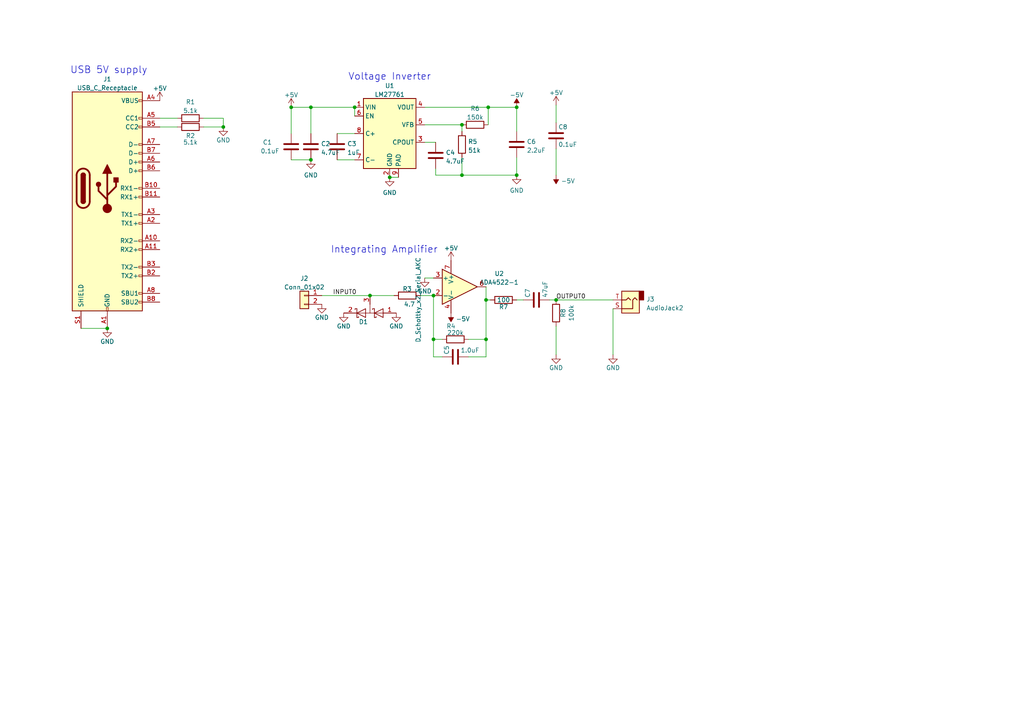
<source format=kicad_sch>
(kicad_sch (version 20211123) (generator eeschema)
  (paper "A4")
  (title_block (title "Chowndolo") (date "2022-12-29"))
  (lib_symbols
    (symbol "Amplifier_Operational:LM6171D" (pin_names (offset 0.127))
      (property "Reference" "U" (at 0 6.35 0))
      (property "Value" "LM6171D" (at 0 3.81 0))
      (symbol "LM6171D_0_1"
        (polyline (pts (xy -5.08 5.08) (xy 5.08 0) (xy -5.08 -5.08) (xy -5.08 5.08)) (stroke (width 0.254)) (fill (type background)))
      )
      (symbol "LM6171D_1_1"
        (pin no_connect line (at -2.54 2.54 270) (length 2.54) hide (name "NC") (number "1"))
        (pin input line (at -7.62 -2.54 0) (length 2.54) (name "-") (number "2"))
        (pin input line (at -7.62 2.54 0) (length 2.54) (name "+") (number "3"))
        (pin power_in line (at -2.54 -7.62 90) (length 3.81) (name "V-") (number "4"))
        (pin no_connect line (at 0 2.54 270) (length 2.54) hide (name "NC") (number "5"))
        (pin output line (at 7.62 0 180) (length 2.54) (name "~") (number "6"))
        (pin power_in line (at -2.54 7.62 270) (length 3.81) (name "V+") (number "7"))
        (pin no_connect line (at 0 -2.54 90) (length 2.54) hide (name "NC") (number "8"))
      )
    )
    (symbol "Connector:AudioJack2"
      (property "Reference" "J" (at 0 8.89 0))
      (property "Value" "AudioJack2" (at 0 6.35 0))
      (symbol "AudioJack2_0_1"
        (rectangle (start -3.81 0) (end -2.54 -2.54) (stroke (width 0.254)) (fill (type outline)))
        (rectangle (start -2.54 3.81) (end 2.54 -2.54) (stroke (width 0.254)) (fill (type background)))
        (polyline (pts (xy 0 0) (xy 0.635 -0.635) (xy 1.27 0) (xy 2.54 0)) (stroke (width 0.254)))
        (polyline (pts (xy 2.54 2.54) (xy -0.635 2.54) (xy -0.635 0) (xy -1.27 -0.635) (xy -1.905 0)) (stroke (width 0.254)))
      )
      (symbol "AudioJack2_1_1"
        (pin passive line (at 5.08 2.54 180) (length 2.54) (name "~") (number "S"))
        (pin passive line (at 5.08 0 180) (length 2.54) (name "~") (number "T"))
      )
    )
    (symbol "Connector:USB_C_Receptacle" (pin_names (offset 1.016))
      (property "Reference" "J" (at -10.16 29.21 0))
      (property "Value" "USB_C_Receptacle" (at 10.16 29.21 0))
      (symbol "USB_C_Receptacle_0_0"
        (rectangle (start -0.254 -35.56) (end 0.254 -34.544))
        (rectangle (start 10.16 -32.766) (end 9.144 -33.274))
        (rectangle (start 10.16 -30.226) (end 9.144 -30.734))
        (rectangle (start 10.16 -25.146) (end 9.144 -25.654))
        (rectangle (start 10.16 -22.606) (end 9.144 -23.114))
        (rectangle (start 10.16 -17.526) (end 9.144 -18.034))
        (rectangle (start 10.16 -14.986) (end 9.144 -15.494))
        (rectangle (start 10.16 -9.906) (end 9.144 -10.414))
        (rectangle (start 10.16 -7.366) (end 9.144 -7.874))
        (rectangle (start 10.16 -2.286) (end 9.144 -2.794))
        (rectangle (start 10.16 0.254) (end 9.144 -0.254))
        (rectangle (start 10.16 5.334) (end 9.144 4.826))
        (rectangle (start 10.16 7.874) (end 9.144 7.366))
        (rectangle (start 10.16 10.414) (end 9.144 9.906))
        (rectangle (start 10.16 12.954) (end 9.144 12.446))
        (rectangle (start 10.16 18.034) (end 9.144 17.526))
        (rectangle (start 10.16 20.574) (end 9.144 20.066))
        (rectangle (start 10.16 25.654) (end 9.144 25.146))
      )
      (symbol "USB_C_Receptacle_0_1"
        (rectangle (start -10.16 27.94) (end 10.16 -35.56) (stroke (width 0.254)) (fill (type background)))
        (arc (start -8.89 -3.81) (mid -6.985 -5.715) (end -5.08 -3.81) (stroke (width 0.508)))
        (arc (start -7.62 -3.81) (mid -6.985 -4.445) (end -6.35 -3.81) (stroke (width 0.254)))
        (arc (start -7.62 -3.81) (mid -6.985 -4.445) (end -6.35 -3.81) (stroke (width 0.254)) (fill (type outline)))
        (rectangle (start -7.62 -3.81) (end -6.35 3.81) (stroke (width 0.254)) (fill (type outline)))
        (arc (start -6.35 3.81) (mid -6.985 4.445) (end -7.62 3.81) (stroke (width 0.254)))
        (arc (start -6.35 3.81) (mid -6.985 4.445) (end -7.62 3.81) (stroke (width 0.254)) (fill (type outline)))
        (arc (start -5.08 3.81) (mid -6.985 5.715) (end -8.89 3.81) (stroke (width 0.508)))
        (polyline (pts (xy -8.89 -3.81) (xy -8.89 3.81)) (stroke (width 0.508)))
        (polyline (pts (xy -5.08 3.81) (xy -5.08 -3.81)) (stroke (width 0.508)))
      )
      (symbol "USB_C_Receptacle_1_1"
        (circle (center -2.54 1.143) (radius 0.635) (stroke (width 0.254)) (fill (type outline)))
        (circle (center 0 -5.842) (radius 1.27) (fill (type outline)))
        (polyline (pts (xy 0 -5.842) (xy 0 4.318)) (stroke (width 0.508)))
        (polyline (pts (xy 0 -3.302) (xy -2.54 -0.762) (xy -2.54 0.508)) (stroke (width 0.508)))
        (polyline (pts (xy 0 -2.032) (xy 2.54 0.508) (xy 2.54 1.778)) (stroke (width 0.508)))
        (polyline (pts (xy -1.27 4.318) (xy 0 6.858) (xy 1.27 4.318) (xy -1.27 4.318)) (stroke (width 0.254)) (fill (type outline)))
        (rectangle (start 1.905 1.778) (end 3.175 3.048) (stroke (width 0.254)) (fill (type outline)))
        (pin passive line (at 0 -40.64 90) (length 5.08) (name "GND") (number "A1"))
        (pin bidirectional line (at 15.24 -15.24 180) (length 5.08) (name "RX2-") (number "A10"))
        (pin bidirectional line (at 15.24 -17.78 180) (length 5.08) (name "RX2+") (number "A11"))
        (pin passive line (at 0 -40.64 90) (length 5.08) hide (name "GND") (number "A12"))
        (pin bidirectional line (at 15.24 -10.16 180) (length 5.08) (name "TX1+") (number "A2"))
        (pin bidirectional line (at 15.24 -7.62 180) (length 5.08) (name "TX1-") (number "A3"))
        (pin passive line (at 15.24 25.4 180) (length 5.08) (name "VBUS") (number "A4"))
        (pin bidirectional line (at 15.24 20.32 180) (length 5.08) (name "CC1") (number "A5"))
        (pin bidirectional line (at 15.24 7.62 180) (length 5.08) (name "D+") (number "A6"))
        (pin bidirectional line (at 15.24 12.7 180) (length 5.08) (name "D-") (number "A7"))
        (pin bidirectional line (at 15.24 -30.48 180) (length 5.08) (name "SBU1") (number "A8"))
        (pin passive line (at 15.24 25.4 180) (length 5.08) hide (name "VBUS") (number "A9"))
        (pin passive line (at 0 -40.64 90) (length 5.08) hide (name "GND") (number "B1"))
        (pin bidirectional line (at 15.24 0 180) (length 5.08) (name "RX1-") (number "B10"))
        (pin bidirectional line (at 15.24 -2.54 180) (length 5.08) (name "RX1+") (number "B11"))
        (pin passive line (at 0 -40.64 90) (length 5.08) hide (name "GND") (number "B12"))
        (pin bidirectional line (at 15.24 -25.4 180) (length 5.08) (name "TX2+") (number "B2"))
        (pin bidirectional line (at 15.24 -22.86 180) (length 5.08) (name "TX2-") (number "B3"))
        (pin passive line (at 15.24 25.4 180) (length 5.08) hide (name "VBUS") (number "B4"))
        (pin bidirectional line (at 15.24 17.78 180) (length 5.08) (name "CC2") (number "B5"))
        (pin bidirectional line (at 15.24 5.08 180) (length 5.08) (name "D+") (number "B6"))
        (pin bidirectional line (at 15.24 10.16 180) (length 5.08) (name "D-") (number "B7"))
        (pin bidirectional line (at 15.24 -33.02 180) (length 5.08) (name "SBU2") (number "B8"))
        (pin passive line (at 15.24 25.4 180) (length 5.08) hide (name "VBUS") (number "B9"))
        (pin passive line (at -7.62 -40.64 90) (length 5.08) (name "SHIELD") (number "S1"))
      )
    )
    (symbol "Connector_Generic:Conn_01x02" (pin_names (offset 1.016) hide)
      (property "Reference" "J" (at 0 2.54 0))
      (property "Value" "Conn_01x02" (at 0 -5.08 0))
      (symbol "Conn_01x02_1_1"
        (rectangle (start -1.27 -2.413) (end 0 -2.667) (stroke (width 0.1524)))
        (rectangle (start -1.27 0.127) (end 0 -0.127) (stroke (width 0.1524)))
        (rectangle (start -1.27 1.27) (end 1.27 -3.81) (stroke (width 0.254)) (fill (type background)))
        (pin passive line (at -5.08 0 0) (length 3.81) (name "Pin_1") (number "1"))
        (pin passive line (at -5.08 -2.54 0) (length 3.81) (name "Pin_2") (number "2"))
      )
    )
    (symbol "Device:C" (pin_numbers hide) (pin_names (offset 0.254))
      (property "Reference" "C" (at 0.635 2.54 0))
      (property "Value" "C" (at 0.635 -2.54 0))
      (symbol "C_0_1"
        (polyline (pts (xy -2.032 -0.762) (xy 2.032 -0.762)) (stroke (width 0.508)))
        (polyline (pts (xy -2.032 0.762) (xy 2.032 0.762)) (stroke (width 0.508)))
      )
      (symbol "C_1_1"
        (pin passive line (at 0 3.81 270) (length 2.794) (name "~") (number "1"))
        (pin passive line (at 0 -3.81 90) (length 2.794) (name "~") (number "2"))
      )
    )
    (symbol "Device:R" (pin_numbers hide) (pin_names (offset 0))
      (property "Reference" "R" (at 2.032 0 90))
      (property "Value" "R" (at 0 0 90))
      (symbol "R_0_1"
        (rectangle (start -1.016 -2.54) (end 1.016 2.54) (stroke (width 0.254)))
      )
      (symbol "R_1_1"
        (pin passive line (at 0 3.81 270) (length 1.27) (name "~") (number "1"))
        (pin passive line (at 0 -3.81 90) (length 1.27) (name "~") (number "2"))
      )
    )
    (symbol "Regulator_SwitchedCapacitor:LM27761"
      (property "Reference" "U" (at -6.35 11.43 0))
      (property "Value" "LM27761" (at 3.302 11.43 0))
      (symbol "LM27761_0_1"
        (rectangle (start -7.62 10.16) (end 7.62 -10.16) (stroke (width 0.254)) (fill (type background)))
      )
      (symbol "LM27761_1_1"
        (pin power_in line (at -10.16 7.62 0) (length 2.54) (name "VIN") (number "1"))
        (pin power_in line (at 0 -12.7 90) (length 2.54) (name "GND") (number "2"))
        (pin power_out line (at 10.16 -2.54 180) (length 2.54) (name "CPOUT") (number "3"))
        (pin power_out line (at 10.16 7.62 180) (length 2.54) (name "VOUT") (number "4"))
        (pin input line (at 10.16 2.54 180) (length 2.54) (name "VFB") (number "5"))
        (pin input line (at -10.16 5.08 0) (length 2.54) (name "EN") (number "6"))
        (pin passive line (at -10.16 -7.62 0) (length 2.54) (name "C-") (number "7"))
        (pin passive line (at -10.16 0 0) (length 2.54) (name "C+") (number "8"))
        (pin power_in line (at 2.54 -12.7 90) (length 2.54) (name "PAD") (number "9"))
      )
    )
    (symbol "magnet_preamp_cape-rescue:C" (pin_numbers hide) (pin_names (offset 0.254))
      (property "Reference" "C" (at 0.635 2.54 0))
      (property "Value" "C" (at 0.635 -2.54 0))
      (symbol "C_0_1"
        (polyline (pts (xy -2.032 -0.762) (xy 2.032 -0.762)) (stroke (width 0.508)))
        (polyline (pts (xy -2.032 0.762) (xy 2.032 0.762)) (stroke (width 0.508)))
      )
      (symbol "C_1_1"
        (pin passive line (at 0 3.81 270) (length 2.794) (name "~") (number "1"))
        (pin passive line (at 0 -3.81 90) (length 2.794) (name "~") (number "2"))
      )
    )
    (symbol "magnet_preamp_cape-rescue:R" (pin_numbers hide) (pin_names (offset 0))
      (property "Reference" "R" (at 2.032 0 90))
      (property "Value" "R" (at 0 0 90))
      (symbol "R_0_1"
        (rectangle (start -1.016 -2.54) (end 1.016 2.54) (stroke (width 0.254)))
      )
      (symbol "R_1_1"
        (pin passive line (at 0 3.81 270) (length 1.27) (name "~") (number "1"))
        (pin passive line (at 0 -3.81 90) (length 1.27) (name "~") (number "2"))
      )
    )
    (symbol "magnet_preamp_small-rescue:C" (pin_numbers hide) (pin_names (offset 0.254))
      (property "Reference" "C" (at 0.635 2.54 0))
      (property "Value" "C" (at 0.635 -2.54 0))
      (symbol "C_0_1"
        (polyline (pts (xy -2.032 -0.762) (xy 2.032 -0.762)) (stroke (width 0.508)))
        (polyline (pts (xy -2.032 0.762) (xy 2.032 0.762)) (stroke (width 0.508)))
      )
      (symbol "C_1_1"
        (pin passive line (at 0 3.81 270) (length 2.794) (name "~") (number "1"))
        (pin passive line (at 0 -3.81 90) (length 2.794) (name "~") (number "2"))
      )
    )
    (symbol "magnet_preamp_small-rescue:D_Schottky_x2_Serial_AKC" (pin_names (offset 0.762) hide)
      (property "Reference" "D" (at 1.27 -2.54 0))
      (property "Value" "D_Schottky_x2_Serial_AKC" (at 0 2.54 0))
      (symbol "D_Schottky_x2_Serial_AKC_0_1"
        (polyline (pts (xy -3.81 0) (xy 3.81 0)))
        (polyline (pts (xy 0 0) (xy 0 -2.54)))
        (polyline (pts (xy 6.35 0) (xy 7.62 0)))
        (polyline (pts (xy -1.27 -1.27) (xy -1.27 1.27) (xy -1.27 1.27)) (stroke (width 0.2032)))
        (polyline (pts (xy 3.81 1.27) (xy 3.81 -1.27) (xy 3.81 -1.27)) (stroke (width 0.2032)))
        (polyline (pts (xy -1.27 -1.27) (xy -0.762 -1.27) (xy -0.762 -1.016) (xy -0.762 -1.016)) (stroke (width 0.2032)))
        (polyline (pts (xy 3.81 -1.27) (xy 4.318 -1.27) (xy 4.318 -1.016) (xy 4.318 -1.016)) (stroke (width 0.2032)))
        (polyline (pts (xy 3.81 1.27) (xy 3.302 1.27) (xy 3.302 1.016) (xy 3.302 1.016)) (stroke (width 0.2032)))
        (polyline (pts (xy -1.778 1.016) (xy -1.778 1.27) (xy -1.27 1.27) (xy -1.27 1.27) (xy -1.27 1.27)) (stroke (width 0.2032)))
        (polyline (pts (xy -3.81 1.27) (xy -1.27 0) (xy -3.81 -1.27) (xy -3.81 1.27) (xy -3.81 1.27) (xy -3.81 1.27)) (stroke (width 0.2032)))
        (polyline (pts (xy 1.27 1.27) (xy 3.81 0) (xy 1.27 -1.27) (xy 1.27 1.27) (xy 1.27 1.27) (xy 1.27 1.27)) (stroke (width 0.2032)))
        (pin passive line (at -7.62 0 0) (length 3.81) (name "A") (number "1"))
        (pin passive line (at 7.62 0 180) (length 3.81) (name "K") (number "2"))
        (pin passive line (at 0 -5.08 90) (length 2.54) (name "common") (number "3"))
      )
    )
    (symbol "magnet_preamp_small-rescue:GND" (power) (pin_names (offset 0))
      (property "Value" "GND" (at 0 -3.81 0))
      (symbol "GND_0_1"
        (polyline (pts (xy 0 0) (xy 0 -1.27) (xy 1.27 -1.27) (xy 0 -2.54) (xy -1.27 -1.27) (xy 0 -1.27)))
      )
      (symbol "GND_1_1"
        (pin power_in line (at 0 0 270) (length 0) hide (name "GND") (number "1"))
      )
    )
    (symbol "magnet_preamp_small-rescue:R" (pin_numbers hide) (pin_names (offset 0))
      (property "Reference" "R" (at 2.032 0 90))
      (property "Value" "R" (at 0 0 90))
      (symbol "R_0_1"
        (rectangle (start -1.016 -2.54) (end 1.016 2.54) (stroke (width 0.254)))
      )
      (symbol "R_1_1"
        (pin passive line (at 0 3.81 270) (length 1.27) (name "~") (number "1"))
        (pin passive line (at 0 -3.81 90) (length 1.27) (name "~") (number "2"))
      )
    )
    (symbol "power:+5V" (power) (pin_names (offset 0))
      (property "Value" "+5V" (at 0 3.556 0))
      (symbol "+5V_0_1"
        (polyline (pts (xy -0.762 1.27) (xy 0 2.54)))
        (polyline (pts (xy 0 0) (xy 0 2.54)))
        (polyline (pts (xy 0 2.54) (xy 0.762 1.27)))
      )
      (symbol "+5V_1_1"
        (pin power_in line (at 0 0 90) (length 0) hide (name "+5V") (number "1"))
      )
    )
    (symbol "power:-5V" (power) (pin_names (offset 0))
      (property "Value" "-5V" (at 0 3.81 0))
      (symbol "-5V_0_0"
        (pin power_in line (at 0 0 90) (length 0) hide (name "-5V") (number "1"))
      )
      (symbol "-5V_0_1"
        (polyline (pts (xy 0 0) (xy 0 1.27) (xy 0.762 1.27) (xy 0 2.54) (xy -0.762 1.27) (xy 0 1.27)) (fill (type outline)))
      )
    )
    (symbol "power:GND" (power) (pin_names (offset 0))
      (property "Value" "GND" (at 0 -3.81 0))
      (symbol "GND_0_1"
        (polyline (pts (xy 0 0) (xy 0 -1.27) (xy 1.27 -1.27) (xy 0 -2.54) (xy -1.27 -1.27) (xy 0 -1.27)))
      )
      (symbol "GND_1_1"
        (pin power_in line (at 0 0 270) (length 0) hide (name "GND") (number "1"))
      )
    )
  )
  (junction (at 125.73 85.725))
  (junction (at 84.455 31.115))
  (junction (at 149.86 31.115))
  (junction (at 125.73 98.425))
  (junction (at 113.03 51.435))
  (junction (at 133.985 36.195))
  (junction (at 140.97 86.995))
  (junction (at 141.605 31.115))
  (junction (at 90.17 31.115))
  (junction (at 149.86 50.8))
  (junction (at 31.115 95.25))
  (junction (at 161.29 86.995))
  (junction (at 140.97 98.425))
  (junction (at 90.17 46.355))
  (junction (at 107.315 85.725))
  (junction (at 102.87 31.115))
  (junction (at 133.985 50.8))
  (junction (at 64.77 36.83))
  (wire (pts (xy 123.19 80.645) (xy 125.73 80.645)))
  (wire (pts (xy 107.315 85.725) (xy 114.3 85.725)))
  (wire (pts (xy 121.92 85.725) (xy 125.73 85.725)))
  (wire (pts (xy 84.455 31.115) (xy 84.455 38.735)))
  (wire (pts (xy 125.73 98.425) (xy 125.73 103.505)))
  (wire (pts (xy 23.495 95.25) (xy 31.115 95.25)))
  (wire (pts (xy 90.17 31.115) (xy 90.17 38.735)))
  (wire (pts (xy 125.73 85.725) (xy 125.73 98.425)))
  (wire (pts (xy 140.97 86.995) (xy 142.24 86.995)))
  (wire (pts (xy 97.79 46.355) (xy 102.87 46.355)))
  (wire (pts (xy 128.27 98.425) (xy 125.73 98.425)))
  (wire (pts (xy 161.29 102.87) (xy 161.29 94.615)))
  (wire (pts (xy 140.97 98.425) (xy 140.97 103.505)))
  (wire (pts (xy 161.29 86.995) (xy 177.8 86.995)))
  (wire (pts (xy 126.365 48.895) (xy 126.365 50.8)))
  (wire (pts (xy 113.03 51.435) (xy 115.57 51.435)))
  (wire (pts (xy 149.86 50.8) (xy 149.86 45.72)))
  (wire (pts (xy 102.87 31.115) (xy 102.87 33.655)))
  (wire (pts (xy 141.605 31.115) (xy 149.86 31.115)))
  (wire (pts (xy 123.19 36.195) (xy 133.985 36.195)))
  (wire (pts (xy 133.985 36.195) (xy 133.985 38.1)))
  (wire (pts (xy 123.19 31.115) (xy 141.605 31.115)))
  (wire (pts (xy 151.765 86.995) (xy 149.86 86.995)))
  (wire (pts (xy 64.77 34.29) (xy 64.77 36.83)))
  (wire (pts (xy 149.86 31.115) (xy 149.86 38.1)))
  (wire (pts (xy 177.8 102.87) (xy 177.8 89.535)))
  (wire (pts (xy 161.29 35.56) (xy 161.29 30.48)))
  (wire (pts (xy 159.385 86.995) (xy 161.29 86.995)))
  (wire (pts (xy 97.79 38.735) (xy 102.87 38.735)))
  (wire (pts (xy 135.89 98.425) (xy 140.97 98.425)))
  (wire (pts (xy 125.73 103.505) (xy 128.27 103.505)))
  (wire (pts (xy 93.345 85.725) (xy 107.315 85.725)))
  (wire (pts (xy 140.97 86.995) (xy 140.97 98.425)))
  (wire (pts (xy 46.355 34.29) (xy 51.435 34.29)))
  (wire (pts (xy 140.97 83.185) (xy 140.97 86.995)))
  (wire (pts (xy 133.985 50.8) (xy 149.86 50.8)))
  (wire (pts (xy 161.29 43.18) (xy 161.29 50.8)))
  (wire (pts (xy 140.97 103.505) (xy 135.89 103.505)))
  (wire (pts (xy 59.055 36.83) (xy 64.77 36.83)))
  (wire (pts (xy 133.985 50.8) (xy 133.985 45.72)))
  (wire (pts (xy 59.055 34.29) (xy 64.77 34.29)))
  (wire (pts (xy 84.455 46.355) (xy 90.17 46.355)))
  (wire (pts (xy 141.605 31.115) (xy 141.605 36.195)))
  (wire (pts (xy 102.87 31.115) (xy 90.17 31.115)))
  (wire (pts (xy 123.19 41.275) (xy 126.365 41.275)))
  (wire (pts (xy 46.355 36.83) (xy 51.435 36.83)))
  (wire (pts (xy 90.17 31.115) (xy 84.455 31.115)))
  (wire (pts (xy 126.365 50.8) (xy 133.985 50.8)))
  (text "Integrating Amplifier" (at 95.885 73.66 0) (effects (font (size 2 2)) (justify left bottom)))
  (text "USB 5V supply" (at 20.32 21.59 0) (effects (font (size 2 2)) (justify left bottom)))
  (text "Voltage Inverter" (at 100.965 23.495 0) (effects (font (size 2 2)) (justify left bottom)))
  (label "INPUT0" (at 96.52 85.725 0))
  (label "OUTPUT0" (at 161.29 86.995 0))
  (symbol (lib_id "magnet_preamp_small-rescue:GND") (at 161.29 102.87 0) (unit 1)
    (property "Reference" "#PWR017" (effects hide))
    (property "Value" "GND" (at 161.29 106.68 0))
  )
  (symbol (lib_id "Connector:AudioJack2") (at 182.88 86.995 180) (unit 1)
    (property "Reference" "J3" (at 187.452 86.7953 0) (effects (justify right)))
    (property "Value" "AudioJack2" (at 187.452 89.3322 0) (effects (justify right)))
    (property "Footprint" "Connector_Audio:Jack_3.5mm_CUI_SJ1-3533NG_Horizontal" (effects hide))
  )
  (symbol (lib_id "magnet_preamp_cape-rescue:R") (at 161.29 90.805 0) (unit 1)
    (property "Reference" "R8" (at 163.322 90.805 90))
    (property "Value" "100k" (at 165.735 90.805 90))
    (property "Footprint" "Resistor_SMD:R_0603_1608Metric" (effects hide))
  )
  (symbol (lib_id "magnet_preamp_small-rescue:GND") (at 114.935 90.805 0) (unit 1)
    (property "Reference" "#PWR09" (effects hide))
    (property "Value" "GND" (at 114.935 94.615 0))
  )
  (symbol (lib_id "power:GND") (at 149.86 50.8 0) (unit 1)
    (property "Reference" "#PWR014" (effects hide))
    (property "Value" "GND" (at 149.86 55.2434 0))
  )
  (symbol (lib_id "Device:C") (at 84.455 42.545 0) (unit 1)
    (property "Reference" "C1" (at 76.2 41.275 0) (effects (justify left)))
    (property "Value" "0.1uF" (at 75.565 43.815 0) (effects (justify left)))
    (property "Footprint" "Capacitor_SMD:C_0603_1608Metric" (effects hide))
  )
  (symbol (lib_id "Connector:USB_C_Receptacle") (at 31.115 54.61 0) (unit 1)
    (property "Reference" "J1" (at 31.115 22.9702 0))
    (property "Value" "USB_C_Receptacle" (at 31.115 25.5071 0))
    (property "Footprint" "Connector_USB:USB_C_Receptacle_Amphenol_12401610E4-2A" (effects hide))
    (property "Datasheet" "https://www.usb.org/sites/default/files/documents/usb_type-c.zip" (effects hide))
  )
  (symbol (lib_id "Device:C") (at 126.365 45.085 0) (unit 1)
    (property "Reference" "C4" (at 129.286 44.2503 0) (effects (justify left)))
    (property "Value" "4.7uF" (at 129.286 46.7872 0) (effects (justify left)))
    (property "Footprint" "Capacitor_SMD:C_0603_1608Metric" (effects hide))
  )
  (symbol (lib_id "power:-5V") (at 149.86 31.115 0) (unit 1)
    (property "Reference" "#PWR013" (effects hide))
    (property "Value" "-5V" (at 149.86 27.5392 0))
  )
  (symbol (lib_id "Device:C") (at 90.17 42.545 0) (unit 1)
    (property "Reference" "C2" (at 93.091 41.7103 0) (effects (justify left)))
    (property "Value" "4.7uF" (at 93.091 44.2472 0) (effects (justify left)))
    (property "Footprint" "Capacitor_SMD:C_0603_1608Metric" (effects hide))
  )
  (symbol (lib_id "magnet_preamp_small-rescue:D_Schottky_x2_Serial_AKC") (at 107.315 90.805 180) (unit 1)
    (property "Reference" "D1" (at 105.41 93.345 0))
    (property "Value" "D_Schottky_x2_Serial_AKC" (at 121.285 86.995 90))
    (property "Footprint" "TO_SOT_Packages_SMD:SOT-23" (effects hide))
  )
  (symbol (lib_id "magnet_preamp_small-rescue:R") (at 118.11 85.725 270) (unit 1)
    (property "Reference" "R3" (at 118.11 83.82 90))
    (property "Value" "4.7" (at 118.745 88.265 90))
    (property "Footprint" "Resistor_SMD:R_0603_1608Metric" (effects hide))
  )
  (symbol (lib_id "magnet_preamp_small-rescue:R") (at 146.05 86.995 270) (unit 1)
    (property "Reference" "R7" (at 146.05 89.027 90))
    (property "Value" "100" (at 146.05 86.995 90))
    (property "Footprint" "Resistor_SMD:R_0603_1608Metric" (effects hide))
  )
  (symbol (lib_id "magnet_preamp_small-rescue:R") (at 132.08 98.425 270) (unit 1)
    (property "Reference" "R4" (at 130.81 94.615 90))
    (property "Value" "220k" (at 132.08 96.52 90))
    (property "Footprint" "Resistor_SMD:R_0603_1608Metric" (effects hide))
  )
  (symbol (lib_id "power:+5V") (at 161.29 30.48 0) (unit 1)
    (property "Reference" "#PWR015" (effects hide))
    (property "Value" "+5V" (at 161.29 26.9042 0))
  )
  (symbol (lib_id "power:-5V") (at 161.29 50.8 180) (unit 1)
    (property "Reference" "#PWR016" (effects hide))
    (property "Value" "-5V" (at 162.687 52.5038 0) (effects (justify right)))
  )
  (symbol (lib_id "magnet_preamp_cape-rescue:C") (at 155.575 86.995 90) (unit 1)
    (property "Reference" "C7" (at 153.035 86.36 0) (effects (justify left)))
    (property "Value" "47uF" (at 158.115 86.36 0) (effects (justify left)))
    (property "Footprint" "Capacitor_SMD:C_1206_3216Metric" (effects hide))
  )
  (symbol (lib_id "magnet_preamp_small-rescue:GND") (at 93.345 88.265 0) (unit 1)
    (property "Reference" "#PWR06" (effects hide))
    (property "Value" "GND" (at 93.345 92.075 0))
  )
  (symbol (lib_id "Device:C") (at 149.86 41.91 0) (unit 1)
    (property "Reference" "C6" (at 152.781 41.0753 0) (effects (justify left)))
    (property "Value" "2.2uF" (at 152.781 43.6122 0) (effects (justify left)))
    (property "Footprint" "Capacitor_SMD:C_0603_1608Metric" (effects hide))
  )
  (symbol (lib_id "power:+5V") (at 46.355 29.21 0) (unit 1)
    (property "Reference" "#PWR02" (effects hide))
    (property "Value" "+5V" (at 46.355 25.6342 0))
  )
  (symbol (lib_id "Device:R") (at 55.245 34.29 90) (unit 1)
    (property "Reference" "R1" (at 55.245 29.5742 90))
    (property "Value" "5.1k" (at 55.245 32.1111 90))
    (property "Footprint" "Resistor_SMD:R_0603_1608Metric" (effects hide))
  )
  (symbol (lib_id "Amplifier_Operational:LM6171D") (at 133.35 83.185 0) (unit 1)
    (property "Reference" "U2" (at 144.8049 79.3583 0))
    (property "Value" "ADA4522-1" (at 144.8049 81.8952 0))
    (property "Footprint" "Package_SO:MSOP-8_3x3mm_P0.65mm" (effects hide))
    (property "Datasheet" "http://www.ti.com/lit/ds/symlink/lm6171.pdf" (effects hide))
  )
  (symbol (lib_id "magnet_preamp_small-rescue:GND") (at 64.77 36.83 0) (unit 1)
    (property "Reference" "#PWR03" (effects hide))
    (property "Value" "GND" (at 64.77 40.64 0))
  )
  (symbol (lib_id "magnet_preamp_small-rescue:GND") (at 123.19 80.645 0) (unit 1)
    (property "Reference" "#PWR010" (effects hide))
    (property "Value" "GND" (at 123.19 84.455 0))
  )
  (symbol (lib_id "Device:R") (at 133.985 41.91 0) (unit 1)
    (property "Reference" "R5" (at 135.763 41.0753 0) (effects (justify left)))
    (property "Value" "51k" (at 135.763 43.6122 0) (effects (justify left)))
    (property "Footprint" "Resistor_SMD:R_0603_1608Metric" (effects hide))
  )
  (symbol (lib_id "magnet_preamp_small-rescue:GND") (at 31.115 95.25 0) (unit 1)
    (property "Reference" "#PWR01" (effects hide))
    (property "Value" "GND" (at 31.115 99.06 0))
  )
  (symbol (lib_id "magnet_preamp_small-rescue:C") (at 132.08 103.505 90) (unit 1)
    (property "Reference" "C5" (at 129.54 102.87 0) (effects (justify left)))
    (property "Value" "1.0uF" (at 139.065 101.6 90) (effects (justify left)))
    (property "Footprint" "Capacitor_SMD:C_0603_1608Metric" (effects hide))
  )
  (symbol (lib_id "magnet_preamp_small-rescue:GND") (at 177.8 102.87 0) (unit 1)
    (property "Reference" "#PWR018" (effects hide))
    (property "Value" "GND" (at 177.8 106.68 0))
  )
  (symbol (lib_id "Device:R") (at 137.795 36.195 90) (unit 1)
    (property "Reference" "R6" (at 137.795 31.4792 90))
    (property "Value" "150k" (at 137.795 34.0161 90))
    (property "Footprint" "Resistor_SMD:R_0603_1608Metric" (effects hide))
  )
  (symbol (lib_id "magnet_preamp_small-rescue:C") (at 161.29 39.37 0) (unit 1)
    (property "Reference" "C8" (at 161.925 36.83 0) (effects (justify left)))
    (property "Value" "0.1uF" (at 161.925 41.91 0) (effects (justify left)))
    (property "Footprint" "Capacitor_SMD:C_0603_1608Metric" (effects hide))
  )
  (symbol (lib_id "Connector_Generic:Conn_01x02") (at 88.265 85.725 0) (mirror y) (unit 1)
    (property "Reference" "J2" (at 88.265 80.7552 0))
    (property "Value" "Conn_01x02" (at 88.265 83.2921 0))
    (property "Footprint" "Connector_Molex:Molex_KK-254_AE-6410-02A_1x02_P2.54mm_Vertical" (effects hide))
  )
  (symbol (lib_id "power:+5V") (at 84.455 31.115 0) (unit 1)
    (property "Reference" "#PWR04" (effects hide))
    (property "Value" "+5V" (at 84.455 27.5392 0))
  )
  (symbol (lib_id "Device:R") (at 55.245 36.83 90) (unit 1)
    (property "Reference" "R2" (at 55.245 39.37 90))
    (property "Value" "5.1k" (at 55.245 41.275 90))
    (property "Footprint" "Resistor_SMD:R_0603_1608Metric" (effects hide))
  )
  (symbol (lib_id "magnet_preamp_small-rescue:GND") (at 99.695 90.805 0) (unit 1)
    (property "Reference" "#PWR07" (effects hide))
    (property "Value" "GND" (at 99.695 94.615 0))
  )
  (symbol (lib_id "Regulator_SwitchedCapacitor:LM27761") (at 113.03 38.735 0) (unit 1)
    (property "Reference" "U1" (at 113.03 24.8752 0))
    (property "Value" "LM27761" (at 113.03 27.4121 0))
    (property "Footprint" "Package_SON:WSON-8-1EP_2x2mm_P0.5mm_EP0.9x1.6mm" (effects hide))
    (property "Datasheet" "http://www.ti.com/lit/ds/symlink/lm27761.pdf" (effects hide))
  )
  (symbol (lib_id "Device:C") (at 97.79 42.545 0) (unit 1)
    (property "Reference" "C3" (at 100.711 41.7103 0) (effects (justify left)))
    (property "Value" "1uF" (at 100.711 44.2472 0) (effects (justify left)))
    (property "Footprint" "Capacitor_SMD:C_0603_1608Metric" (effects hide))
  )
  (symbol (lib_id "power:+5V") (at 130.81 75.565 0) (unit 1)
    (property "Reference" "#PWR011" (effects hide))
    (property "Value" "+5V" (at 130.81 71.9892 0))
  )
  (symbol (lib_id "power:GND") (at 113.03 51.435 0) (unit 1)
    (property "Reference" "#PWR08" (effects hide))
    (property "Value" "GND" (at 113.03 55.8784 0))
  )
  (symbol (lib_id "power:-5V") (at 130.81 90.805 180) (unit 1)
    (property "Reference" "#PWR012" (effects hide))
    (property "Value" "-5V" (at 132.207 92.5088 0) (effects (justify right)))
  )
  (symbol (lib_id "power:GND") (at 90.17 46.355 0) (unit 1)
    (property "Reference" "#PWR05" (effects hide))
    (property "Value" "GND" (at 90.17 50.7984 0))
  )
)
</source>
